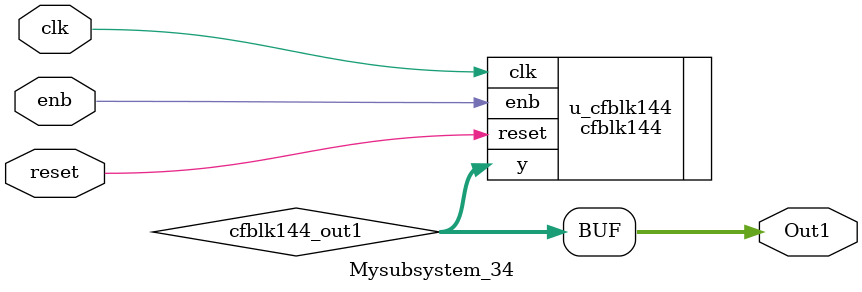
<source format=v>



`timescale 1 ns / 1 ns

module Mysubsystem_34
          (clk,
           reset,
           enb,
           Out1);


  input   clk;
  input   reset;
  input   enb;
  output  [7:0] Out1;  // uint8


  wire [7:0] cfblk144_out1;  // uint8


  cfblk144 u_cfblk144 (.clk(clk),
                       .reset(reset),
                       .enb(enb),
                       .y(cfblk144_out1)  // uint8
                       );

  assign Out1 = cfblk144_out1;

endmodule  // Mysubsystem_34


</source>
